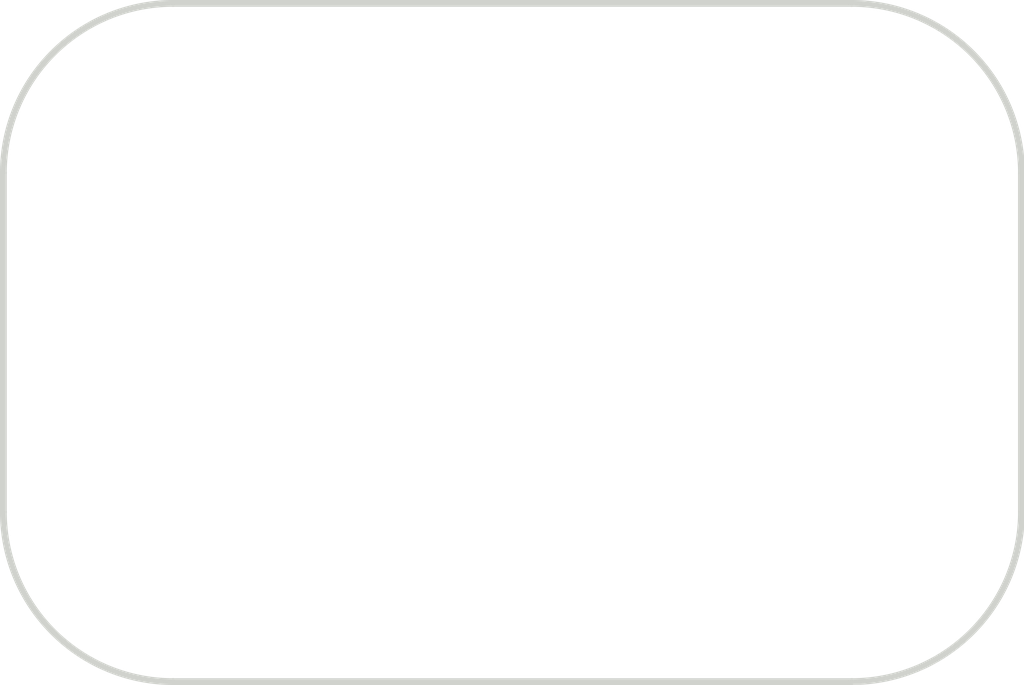
<source format=kicad_pcb>
(kicad_pcb (version 20221018) (generator pcbnew)

  (general
    (thickness 1.6)
  )

  (paper "A4")
  (layers
    (0 "F.Cu" signal)
    (31 "B.Cu" signal)
    (32 "B.Adhes" user "B.Adhesive")
    (33 "F.Adhes" user "F.Adhesive")
    (34 "B.Paste" user)
    (35 "F.Paste" user)
    (36 "B.SilkS" user "B.Silkscreen")
    (37 "F.SilkS" user "F.Silkscreen")
    (38 "B.Mask" user)
    (39 "F.Mask" user)
    (40 "Dwgs.User" user "User.Drawings")
    (41 "Cmts.User" user "User.Comments")
    (42 "Eco1.User" user "User.Eco1")
    (43 "Eco2.User" user "User.Eco2")
    (44 "Edge.Cuts" user)
    (45 "Margin" user)
    (46 "B.CrtYd" user "B.Courtyard")
    (47 "F.CrtYd" user "F.Courtyard")
    (48 "B.Fab" user)
    (49 "F.Fab" user)
    (50 "User.1" user)
    (51 "User.2" user)
    (52 "User.3" user)
    (53 "User.4" user)
    (54 "User.5" user)
    (55 "User.6" user)
    (56 "User.7" user)
    (57 "User.8" user)
    (58 "User.9" user)
  )

  (setup
    (pad_to_mask_clearance 0)
    (pcbplotparams
      (layerselection 0x00010fc_ffffffff)
      (plot_on_all_layers_selection 0x0000000_00000000)
      (disableapertmacros false)
      (usegerberextensions false)
      (usegerberattributes true)
      (usegerberadvancedattributes true)
      (creategerberjobfile true)
      (dashed_line_dash_ratio 12.000000)
      (dashed_line_gap_ratio 3.000000)
      (svgprecision 4)
      (plotframeref false)
      (viasonmask false)
      (mode 1)
      (useauxorigin false)
      (hpglpennumber 1)
      (hpglpenspeed 20)
      (hpglpendiameter 15.000000)
      (dxfpolygonmode true)
      (dxfimperialunits true)
      (dxfusepcbnewfont true)
      (psnegative false)
      (psa4output false)
      (plotreference true)
      (plotvalue true)
      (plotinvisibletext false)
      (sketchpadsonfab false)
      (subtractmaskfromsilk false)
      (outputformat 1)
      (mirror false)
      (drillshape 1)
      (scaleselection 1)
      (outputdirectory "")
    )
  )

  (net 0 "")

  (gr_line (start 100 115) (end 100 105)
    (stroke (width 0.2) (type default)) (layer "Edge.Cuts") (tstamp 10acc436-6ac4-432f-a752-533746a147a4))
  (gr_arc (start 105 120) (mid 101.464466 118.535534) (end 100 115)
    (stroke (width 0.2) (type default)) (layer "Edge.Cuts") (tstamp 36212d82-5172-4cd8-96ba-2b93b6acecf3))
  (gr_line (start 105 100) (end 125 100)
    (stroke (width 0.2) (type default)) (layer "Edge.Cuts") (tstamp 472018df-ad41-41b5-8c49-3bb3c9fd56e2))
  (gr_line (start 125 120) (end 105 120)
    (stroke (width 0.2) (type default)) (layer "Edge.Cuts") (tstamp 62a3ea06-813c-4b7d-abaf-5b6deb35dc63))
  (gr_arc (start 125 100) (mid 128.535534 101.464466) (end 130 105)
    (stroke (width 0.2) (type default)) (layer "Edge.Cuts") (tstamp 63f5860e-048f-4a23-8f7f-372bcf1a85e5))
  (gr_line (start 130 105) (end 130 115)
    (stroke (width 0.2) (type default)) (layer "Edge.Cuts") (tstamp c3c1b3b0-1851-496a-9d3e-f3013a9e73a8))
  (gr_arc (start 130 115) (mid 128.535534 118.535534) (end 125 120)
    (stroke (width 0.2) (type default)) (layer "Edge.Cuts") (tstamp dd8bcaea-eba7-42c7-8ebb-eed7af7ae35b))
  (gr_arc (start 100 105) (mid 101.464466 101.464466) (end 105 100)
    (stroke (width 0.2) (type default)) (layer "Edge.Cuts") (tstamp f8ab5931-8ba3-4fc7-ab73-2b3727f02c40))

)

</source>
